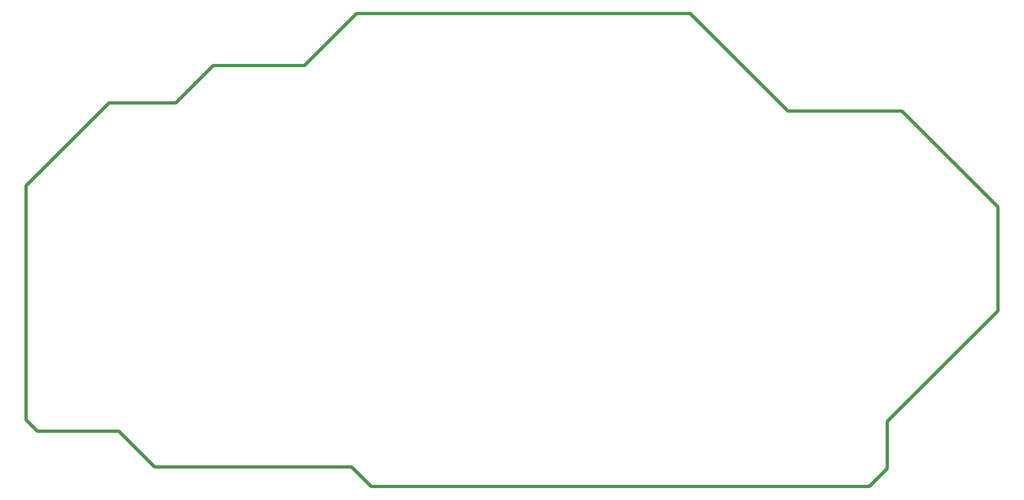
<source format=gko>
G04 start of page 4 for group 2 idx 2 *
G04 Title: (unknown), outline *
G04 Creator: pcb 20110918 *
G04 CreationDate: Tue 12 Nov 2013 02:21:50 PM GMT UTC *
G04 For: tyrian *
G04 Format: Gerber/RS-274X *
G04 PCB-Dimensions: 800000 800000 *
G04 PCB-Coordinate-Origin: lower left *
%MOIN*%
%FSLAX25Y25*%
%LNOUTLINE*%
%ADD43C,0.0200*%
G54D43*X111000Y685000D02*X70000D01*
X557000Y680000D02*X487000D01*
X269000Y740000D02*X222000D01*
X190000Y708000D01*
X134000D01*
X111000Y685000D01*
X269000Y740000D02*X427000D01*
X430000Y737000D01*
X98000Y461000D02*X219000D01*
X26000Y483000D02*X76000D01*
X219000Y461000D02*X231000Y449000D01*
X76000Y483000D02*X98000Y461000D01*
X26000Y483000D02*X19000Y490000D01*
X70000Y685000D02*X19000Y634000D01*
Y490000D02*Y634000D01*
X548000Y460000D02*Y489000D01*
X616000Y557000D01*
Y621000D01*
X231000Y449000D02*X537000D01*
X548000Y460000D01*
X430000Y737000D02*X479000Y688000D01*
X487000Y680000D02*X479000Y688000D01*
X616000Y621000D02*X557000Y680000D01*
M02*

</source>
